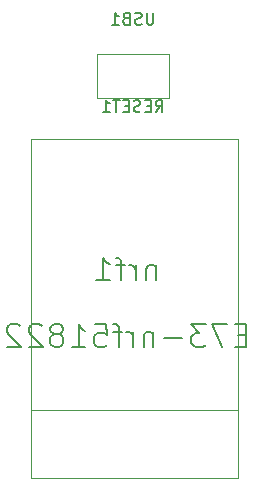
<source format=gbr>
%TF.GenerationSoftware,KiCad,Pcbnew,(5.1.2)-2*%
%TF.CreationDate,2020-08-26T23:28:28+08:00*%
%TF.ProjectId,wing-receiver-lite-rev2,77696e67-2d72-4656-9365-697665722d6c,rev?*%
%TF.SameCoordinates,Original*%
%TF.FileFunction,Legend,Bot*%
%TF.FilePolarity,Positive*%
%FSLAX46Y46*%
G04 Gerber Fmt 4.6, Leading zero omitted, Abs format (unit mm)*
G04 Created by KiCad (PCBNEW (5.1.2)-2) date 2020-08-26 23:28:28*
%MOMM*%
%LPD*%
G04 APERTURE LIST*
%ADD10C,0.120000*%
%ADD11C,0.100000*%
%ADD12C,0.150000*%
%ADD13C,0.152400*%
G04 APERTURE END LIST*
D10*
X76696000Y-103814000D02*
X76696000Y-107514000D01*
X82816000Y-103814000D02*
X76696000Y-103814000D01*
X82816000Y-107514000D02*
X82816000Y-103814000D01*
X76696000Y-107514000D02*
X82816000Y-107514000D01*
D11*
X88646000Y-133985000D02*
X71120000Y-133985000D01*
X71120000Y-139700000D02*
X71120000Y-110998000D01*
X88646000Y-139700000D02*
X71120000Y-139700000D01*
X88646000Y-110998000D02*
X88646000Y-139700000D01*
X71120000Y-110998000D02*
X88646000Y-110998000D01*
D12*
X81494095Y-100330380D02*
X81494095Y-101139904D01*
X81446476Y-101235142D01*
X81398857Y-101282761D01*
X81303619Y-101330380D01*
X81113142Y-101330380D01*
X81017904Y-101282761D01*
X80970285Y-101235142D01*
X80922666Y-101139904D01*
X80922666Y-100330380D01*
X80494095Y-101282761D02*
X80351238Y-101330380D01*
X80113142Y-101330380D01*
X80017904Y-101282761D01*
X79970285Y-101235142D01*
X79922666Y-101139904D01*
X79922666Y-101044666D01*
X79970285Y-100949428D01*
X80017904Y-100901809D01*
X80113142Y-100854190D01*
X80303619Y-100806571D01*
X80398857Y-100758952D01*
X80446476Y-100711333D01*
X80494095Y-100616095D01*
X80494095Y-100520857D01*
X80446476Y-100425619D01*
X80398857Y-100378000D01*
X80303619Y-100330380D01*
X80065523Y-100330380D01*
X79922666Y-100378000D01*
X79160761Y-100806571D02*
X79017904Y-100854190D01*
X78970285Y-100901809D01*
X78922666Y-100997047D01*
X78922666Y-101139904D01*
X78970285Y-101235142D01*
X79017904Y-101282761D01*
X79113142Y-101330380D01*
X79494095Y-101330380D01*
X79494095Y-100330380D01*
X79160761Y-100330380D01*
X79065523Y-100378000D01*
X79017904Y-100425619D01*
X78970285Y-100520857D01*
X78970285Y-100616095D01*
X79017904Y-100711333D01*
X79065523Y-100758952D01*
X79160761Y-100806571D01*
X79494095Y-100806571D01*
X77970285Y-101330380D02*
X78541714Y-101330380D01*
X78256000Y-101330380D02*
X78256000Y-100330380D01*
X78351238Y-100473238D01*
X78446476Y-100568476D01*
X78541714Y-100616095D01*
X81684571Y-108716380D02*
X82017904Y-108240190D01*
X82256000Y-108716380D02*
X82256000Y-107716380D01*
X81875047Y-107716380D01*
X81779809Y-107764000D01*
X81732190Y-107811619D01*
X81684571Y-107906857D01*
X81684571Y-108049714D01*
X81732190Y-108144952D01*
X81779809Y-108192571D01*
X81875047Y-108240190D01*
X82256000Y-108240190D01*
X81256000Y-108192571D02*
X80922666Y-108192571D01*
X80779809Y-108716380D02*
X81256000Y-108716380D01*
X81256000Y-107716380D01*
X80779809Y-107716380D01*
X80398857Y-108668761D02*
X80256000Y-108716380D01*
X80017904Y-108716380D01*
X79922666Y-108668761D01*
X79875047Y-108621142D01*
X79827428Y-108525904D01*
X79827428Y-108430666D01*
X79875047Y-108335428D01*
X79922666Y-108287809D01*
X80017904Y-108240190D01*
X80208380Y-108192571D01*
X80303619Y-108144952D01*
X80351238Y-108097333D01*
X80398857Y-108002095D01*
X80398857Y-107906857D01*
X80351238Y-107811619D01*
X80303619Y-107764000D01*
X80208380Y-107716380D01*
X79970285Y-107716380D01*
X79827428Y-107764000D01*
X79398857Y-108192571D02*
X79065523Y-108192571D01*
X78922666Y-108716380D02*
X79398857Y-108716380D01*
X79398857Y-107716380D01*
X78922666Y-107716380D01*
X78636952Y-107716380D02*
X78065523Y-107716380D01*
X78351238Y-108716380D02*
X78351238Y-107716380D01*
X77208380Y-108716380D02*
X77779809Y-108716380D01*
X77494095Y-108716380D02*
X77494095Y-107716380D01*
X77589333Y-107859238D01*
X77684571Y-107954476D01*
X77779809Y-108002095D01*
D13*
X81729942Y-121709542D02*
X81729942Y-122996476D01*
X81729942Y-121893390D02*
X81638019Y-121801466D01*
X81454171Y-121709542D01*
X81178400Y-121709542D01*
X80994552Y-121801466D01*
X80902628Y-121985314D01*
X80902628Y-122996476D01*
X79983390Y-122996476D02*
X79983390Y-121709542D01*
X79983390Y-122077238D02*
X79891466Y-121893390D01*
X79799542Y-121801466D01*
X79615695Y-121709542D01*
X79431847Y-121709542D01*
X79064152Y-121709542D02*
X78328761Y-121709542D01*
X78788380Y-122996476D02*
X78788380Y-121341847D01*
X78696457Y-121158000D01*
X78512609Y-121066076D01*
X78328761Y-121066076D01*
X76674133Y-122996476D02*
X77777219Y-122996476D01*
X77225676Y-122996476D02*
X77225676Y-121066076D01*
X77409523Y-121341847D01*
X77593371Y-121525695D01*
X77777219Y-121617619D01*
X89313657Y-127624114D02*
X88670190Y-127624114D01*
X88394419Y-128635276D02*
X89313657Y-128635276D01*
X89313657Y-126704876D01*
X88394419Y-126704876D01*
X87750952Y-126704876D02*
X86464019Y-126704876D01*
X87291333Y-128635276D01*
X85912476Y-126704876D02*
X84717466Y-126704876D01*
X85360933Y-127440266D01*
X85085161Y-127440266D01*
X84901314Y-127532190D01*
X84809390Y-127624114D01*
X84717466Y-127807961D01*
X84717466Y-128267580D01*
X84809390Y-128451428D01*
X84901314Y-128543352D01*
X85085161Y-128635276D01*
X85636704Y-128635276D01*
X85820552Y-128543352D01*
X85912476Y-128451428D01*
X83890152Y-127899885D02*
X82419371Y-127899885D01*
X81500133Y-127348342D02*
X81500133Y-128635276D01*
X81500133Y-127532190D02*
X81408209Y-127440266D01*
X81224361Y-127348342D01*
X80948590Y-127348342D01*
X80764742Y-127440266D01*
X80672819Y-127624114D01*
X80672819Y-128635276D01*
X79753580Y-128635276D02*
X79753580Y-127348342D01*
X79753580Y-127716038D02*
X79661657Y-127532190D01*
X79569733Y-127440266D01*
X79385885Y-127348342D01*
X79202038Y-127348342D01*
X78834342Y-127348342D02*
X78098952Y-127348342D01*
X78558571Y-128635276D02*
X78558571Y-126980647D01*
X78466647Y-126796800D01*
X78282800Y-126704876D01*
X78098952Y-126704876D01*
X76536247Y-126704876D02*
X77455485Y-126704876D01*
X77547409Y-127624114D01*
X77455485Y-127532190D01*
X77271638Y-127440266D01*
X76812019Y-127440266D01*
X76628171Y-127532190D01*
X76536247Y-127624114D01*
X76444323Y-127807961D01*
X76444323Y-128267580D01*
X76536247Y-128451428D01*
X76628171Y-128543352D01*
X76812019Y-128635276D01*
X77271638Y-128635276D01*
X77455485Y-128543352D01*
X77547409Y-128451428D01*
X74605847Y-128635276D02*
X75708933Y-128635276D01*
X75157390Y-128635276D02*
X75157390Y-126704876D01*
X75341238Y-126980647D01*
X75525085Y-127164495D01*
X75708933Y-127256419D01*
X73502761Y-127532190D02*
X73686609Y-127440266D01*
X73778533Y-127348342D01*
X73870457Y-127164495D01*
X73870457Y-127072571D01*
X73778533Y-126888723D01*
X73686609Y-126796800D01*
X73502761Y-126704876D01*
X73135066Y-126704876D01*
X72951219Y-126796800D01*
X72859295Y-126888723D01*
X72767371Y-127072571D01*
X72767371Y-127164495D01*
X72859295Y-127348342D01*
X72951219Y-127440266D01*
X73135066Y-127532190D01*
X73502761Y-127532190D01*
X73686609Y-127624114D01*
X73778533Y-127716038D01*
X73870457Y-127899885D01*
X73870457Y-128267580D01*
X73778533Y-128451428D01*
X73686609Y-128543352D01*
X73502761Y-128635276D01*
X73135066Y-128635276D01*
X72951219Y-128543352D01*
X72859295Y-128451428D01*
X72767371Y-128267580D01*
X72767371Y-127899885D01*
X72859295Y-127716038D01*
X72951219Y-127624114D01*
X73135066Y-127532190D01*
X72031980Y-126888723D02*
X71940057Y-126796800D01*
X71756209Y-126704876D01*
X71296590Y-126704876D01*
X71112742Y-126796800D01*
X71020819Y-126888723D01*
X70928895Y-127072571D01*
X70928895Y-127256419D01*
X71020819Y-127532190D01*
X72123904Y-128635276D01*
X70928895Y-128635276D01*
X70193504Y-126888723D02*
X70101580Y-126796800D01*
X69917733Y-126704876D01*
X69458114Y-126704876D01*
X69274266Y-126796800D01*
X69182342Y-126888723D01*
X69090419Y-127072571D01*
X69090419Y-127256419D01*
X69182342Y-127532190D01*
X70285428Y-128635276D01*
X69090419Y-128635276D01*
M02*

</source>
